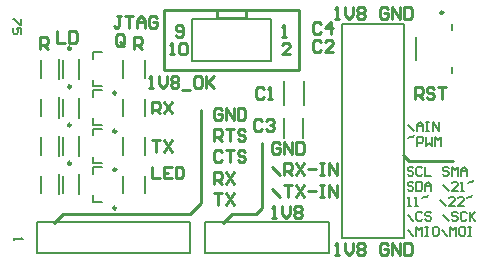
<source format=gto>
G04*
G04 #@! TF.GenerationSoftware,Altium Limited,Altium Designer,22.11.1 (43)*
G04*
G04 Layer_Color=65535*
%FSLAX44Y44*%
%MOMM*%
G71*
G04*
G04 #@! TF.SameCoordinates,238175EB-3BB2-4886-BFDA-CBBE0BB03E55*
G04*
G04*
G04 #@! TF.FilePolarity,Positive*
G04*
G01*
G75*
%ADD10C,0.2500*%
%ADD11C,0.2540*%
%ADD12C,0.2000*%
%ADD13C,0.1540*%
%ADD14C,0.1500*%
D10*
X74000Y220250D02*
G03*
X74000Y220250I-1250J0D01*
G01*
X389250Y250500D02*
G03*
X389250Y250500I-1250J0D01*
G01*
X112250Y182500D02*
G03*
X112250Y182500I-1250J0D01*
G01*
Y85000D02*
G03*
X112250Y85000I-1250J0D01*
G01*
Y150000D02*
G03*
X112250Y150000I-1250J0D01*
G01*
Y117500D02*
G03*
X112250Y117500I-1250J0D01*
G01*
X74000Y155250D02*
G03*
X74000Y155250I-1250J0D01*
G01*
Y122750D02*
G03*
X74000Y122750I-1250J0D01*
G01*
Y187750D02*
G03*
X74000Y187750I-1250J0D01*
G01*
D11*
X198000Y246250D02*
X222000D01*
X198000Y252250D02*
X222000D01*
Y246250D02*
Y252250D01*
X198000Y246250D02*
Y252250D01*
X153000Y202000D02*
X267000D01*
X153000Y253000D02*
X267000D01*
Y202000D02*
Y253000D01*
X153000Y202000D02*
Y253000D01*
X230795Y80000D02*
X236000Y84805D01*
X210000Y80000D02*
X230795D01*
X355000Y130000D02*
X360000Y125000D01*
X397500D01*
X202500Y72500D02*
X210000Y80000D01*
X236000Y84805D02*
Y140000D01*
X60000Y72500D02*
X67500Y80000D01*
X175000D01*
X183847Y88847D01*
Y167961D01*
X201705Y168239D02*
X200038Y169905D01*
X196706D01*
X195040Y168239D01*
Y161575D01*
X196706Y159909D01*
X200038D01*
X201705Y161575D01*
Y164907D01*
X198372D01*
X205037Y159909D02*
Y169905D01*
X211701Y159909D01*
Y169905D01*
X215034D02*
Y159909D01*
X220032D01*
X221698Y161575D01*
Y168239D01*
X220032Y169905D01*
X215034D01*
X195040Y141816D02*
Y151813D01*
X200038D01*
X201705Y150147D01*
Y146815D01*
X200038Y145149D01*
X195040D01*
X198372D02*
X201705Y141816D01*
X205037Y151813D02*
X211701D01*
X208369D01*
Y141816D01*
X221698Y150147D02*
X220032Y151813D01*
X216700D01*
X215034Y150147D01*
Y148481D01*
X216700Y146815D01*
X220032D01*
X221698Y145149D01*
Y143483D01*
X220032Y141816D01*
X216700D01*
X215034Y143483D01*
X201705Y132055D02*
X200038Y133721D01*
X196706D01*
X195040Y132055D01*
Y125390D01*
X196706Y123724D01*
X200038D01*
X201705Y125390D01*
X205037Y133721D02*
X211701D01*
X208369D01*
Y123724D01*
X221698Y132055D02*
X220032Y133721D01*
X216700D01*
X215034Y132055D01*
Y130389D01*
X216700Y128723D01*
X220032D01*
X221698Y127057D01*
Y125390D01*
X220032Y123724D01*
X216700D01*
X215034Y125390D01*
X195040Y105632D02*
Y115629D01*
X200038D01*
X201705Y113963D01*
Y110631D01*
X200038Y108964D01*
X195040D01*
X198372D02*
X201705Y105632D01*
X205037Y115629D02*
X211701Y105632D01*
Y115629D02*
X205037Y105632D01*
X195040Y97537D02*
X201705D01*
X198372D01*
Y87540D01*
X205037Y97537D02*
X211701Y87540D01*
Y97537D02*
X205037Y87540D01*
X251204Y139147D02*
X249538Y140813D01*
X246206D01*
X244540Y139147D01*
Y132483D01*
X246206Y130816D01*
X249538D01*
X251204Y132483D01*
Y135815D01*
X247872D01*
X254537Y130816D02*
Y140813D01*
X261201Y130816D01*
Y140813D01*
X264534D02*
Y130816D01*
X269532D01*
X271198Y132483D01*
Y139147D01*
X269532Y140813D01*
X264534D01*
X251204Y112724D02*
X244540Y119389D01*
X254537Y112724D02*
Y122721D01*
X259535D01*
X261201Y121055D01*
Y117723D01*
X259535Y116056D01*
X254537D01*
X257869D02*
X261201Y112724D01*
X264534Y122721D02*
X271198Y112724D01*
Y122721D02*
X264534Y112724D01*
X274530Y117723D02*
X281195D01*
X284527Y122721D02*
X287859D01*
X286193D01*
Y112724D01*
X284527D01*
X287859D01*
X292858D02*
Y122721D01*
X299522Y112724D01*
Y122721D01*
X251204Y94632D02*
X244540Y101297D01*
X254537Y104629D02*
X261201D01*
X257869D01*
Y94632D01*
X264534Y104629D02*
X271198Y94632D01*
Y104629D02*
X264534Y94632D01*
X274530Y99630D02*
X281195D01*
X284527Y104629D02*
X287859D01*
X286193D01*
Y94632D01*
X284527D01*
X287859D01*
X292858D02*
Y104629D01*
X299522Y94632D01*
Y104629D01*
X244540Y76540D02*
X247872D01*
X246206D01*
Y86537D01*
X244540Y84871D01*
X252871Y86537D02*
Y79872D01*
X256203Y76540D01*
X259535Y79872D01*
Y86537D01*
X262867Y84871D02*
X264534Y86537D01*
X267866D01*
X269532Y84871D01*
Y83204D01*
X267866Y81538D01*
X269532Y79872D01*
Y78206D01*
X267866Y76540D01*
X264534D01*
X262867Y78206D01*
Y79872D01*
X264534Y81538D01*
X262867Y83204D01*
Y84871D01*
X264534Y81538D02*
X267866D01*
X127540Y220040D02*
Y230037D01*
X132538D01*
X134205Y228371D01*
Y225038D01*
X132538Y223372D01*
X127540D01*
X130872D02*
X134205Y220040D01*
X62540Y235037D02*
Y225040D01*
X69205D01*
X72537Y235037D02*
Y225040D01*
X77535D01*
X79201Y226706D01*
Y233371D01*
X77535Y235037D01*
X72537D01*
X47540Y220040D02*
Y230037D01*
X52538D01*
X54205Y228371D01*
Y225038D01*
X52538Y223372D01*
X47540D01*
X50872D02*
X54205Y220040D01*
X259165Y215000D02*
X252500D01*
X259165Y221665D01*
Y223331D01*
X257498Y224997D01*
X254166D01*
X252500Y223331D01*
Y230000D02*
X255832D01*
X254166D01*
Y239997D01*
X252500Y238331D01*
X157500Y215000D02*
X160832D01*
X159166D01*
Y224997D01*
X157500Y223331D01*
X165831D02*
X167497Y224997D01*
X170829D01*
X172495Y223331D01*
Y216666D01*
X170829Y215000D01*
X167497D01*
X165831Y216666D01*
Y223331D01*
X162500Y231666D02*
X164166Y230000D01*
X167498D01*
X169165Y231666D01*
Y238331D01*
X167498Y239997D01*
X164166D01*
X162500Y238331D01*
Y236665D01*
X164166Y234998D01*
X169165D01*
X297540Y45040D02*
X300872D01*
X299206D01*
Y55037D01*
X297540Y53371D01*
X305871Y55037D02*
Y48372D01*
X309203Y45040D01*
X312535Y48372D01*
Y55037D01*
X315867Y53371D02*
X317534Y55037D01*
X320866D01*
X322532Y53371D01*
Y51705D01*
X320866Y50038D01*
X322532Y48372D01*
Y46706D01*
X320866Y45040D01*
X317534D01*
X315867Y46706D01*
Y48372D01*
X317534Y50038D01*
X315867Y51705D01*
Y53371D01*
X317534Y50038D02*
X320866D01*
X342525Y53371D02*
X340859Y55037D01*
X337527D01*
X335861Y53371D01*
Y46706D01*
X337527Y45040D01*
X340859D01*
X342525Y46706D01*
Y50038D01*
X339193D01*
X345858Y45040D02*
Y55037D01*
X352522Y45040D01*
Y55037D01*
X355854D02*
Y45040D01*
X360853D01*
X362519Y46706D01*
Y53371D01*
X360853Y55037D01*
X355854D01*
X297540Y245040D02*
X300872D01*
X299206D01*
Y255037D01*
X297540Y253371D01*
X305871Y255037D02*
Y248372D01*
X309203Y245040D01*
X312535Y248372D01*
Y255037D01*
X315867Y253371D02*
X317534Y255037D01*
X320866D01*
X322532Y253371D01*
Y251705D01*
X320866Y250038D01*
X322532Y248372D01*
Y246706D01*
X320866Y245040D01*
X317534D01*
X315867Y246706D01*
Y248372D01*
X317534Y250038D01*
X315867Y251705D01*
Y253371D01*
X317534Y250038D02*
X320866D01*
X342525Y253371D02*
X340859Y255037D01*
X337527D01*
X335861Y253371D01*
Y246706D01*
X337527Y245040D01*
X340859D01*
X342525Y246706D01*
Y250038D01*
X339193D01*
X345858Y245040D02*
Y255037D01*
X352522Y245040D01*
Y255037D01*
X355854D02*
Y245040D01*
X360853D01*
X362519Y246706D01*
Y253371D01*
X360853Y255037D01*
X355854D01*
X365040Y177540D02*
Y187537D01*
X370038D01*
X371704Y185871D01*
Y182538D01*
X370038Y180872D01*
X365040D01*
X368372D02*
X371704Y177540D01*
X381701Y185871D02*
X380035Y187537D01*
X376703D01*
X375037Y185871D01*
Y184205D01*
X376703Y182538D01*
X380035D01*
X381701Y180872D01*
Y179206D01*
X380035Y177540D01*
X376703D01*
X375037Y179206D01*
X385034Y187537D02*
X391698D01*
X388366D01*
Y177540D01*
X116705Y247537D02*
X113372D01*
X115038D01*
Y239206D01*
X113372Y237540D01*
X111706D01*
X110040Y239206D01*
X120037Y247537D02*
X126701D01*
X123369D01*
Y237540D01*
X130034D02*
Y244205D01*
X133366Y247537D01*
X136698Y244205D01*
Y237540D01*
Y242538D01*
X130034D01*
X146695Y245871D02*
X145029Y247537D01*
X141697D01*
X140030Y245871D01*
Y239206D01*
X141697Y237540D01*
X145029D01*
X146695Y239206D01*
Y242538D01*
X143363D01*
X142540Y120037D02*
Y110040D01*
X149205D01*
X159201Y120037D02*
X152537D01*
Y110040D01*
X159201D01*
X152537Y115038D02*
X155869D01*
X162534Y120037D02*
Y110040D01*
X167532D01*
X169198Y111706D01*
Y118371D01*
X167532Y120037D01*
X162534D01*
X142540Y142537D02*
X149205D01*
X145872D01*
Y132540D01*
X152537Y142537D02*
X159201Y132540D01*
Y142537D02*
X152537Y132540D01*
X142540Y165040D02*
Y175037D01*
X147538D01*
X149205Y173371D01*
Y170038D01*
X147538Y168372D01*
X142540D01*
X145872D02*
X149205Y165040D01*
X152537Y175037D02*
X159201Y165040D01*
Y175037D02*
X152537Y165040D01*
X140040Y186706D02*
X143372D01*
X141706D01*
Y196703D01*
X140040Y195037D01*
X148371Y196703D02*
Y190038D01*
X151703Y186706D01*
X155035Y190038D01*
Y196703D01*
X158367Y195037D02*
X160034Y196703D01*
X163366D01*
X165032Y195037D01*
Y193371D01*
X163366Y191705D01*
X165032Y190038D01*
Y188372D01*
X163366Y186706D01*
X160034D01*
X158367Y188372D01*
Y190038D01*
X160034Y191705D01*
X158367Y193371D01*
Y195037D01*
X160034Y191705D02*
X163366D01*
X168364Y185040D02*
X175029D01*
X183359Y196703D02*
X180027D01*
X178361Y195037D01*
Y188372D01*
X180027Y186706D01*
X183359D01*
X185026Y188372D01*
Y195037D01*
X183359Y196703D01*
X188358D02*
Y186706D01*
Y190038D01*
X195022Y196703D01*
X190024Y191705D01*
X195022Y186706D01*
X119205Y224206D02*
Y230871D01*
X117538Y232537D01*
X114206D01*
X112540Y230871D01*
Y224206D01*
X114206Y222540D01*
X117538D01*
X115872Y225872D02*
X119205Y222540D01*
X117538D02*
X119205Y224206D01*
X285834Y240832D02*
X284168Y242498D01*
X280835D01*
X279169Y240832D01*
Y234168D01*
X280835Y232502D01*
X284168D01*
X285834Y234168D01*
X294165Y232502D02*
Y242498D01*
X289166Y237500D01*
X295831D01*
X235834Y158332D02*
X234168Y159998D01*
X230835D01*
X229169Y158332D01*
Y151668D01*
X230835Y150002D01*
X234168D01*
X235834Y151668D01*
X239166Y158332D02*
X240832Y159998D01*
X244165D01*
X245831Y158332D01*
Y156666D01*
X244165Y155000D01*
X242498D01*
X244165D01*
X245831Y153334D01*
Y151668D01*
X244165Y150002D01*
X240832D01*
X239166Y151668D01*
X285834Y225832D02*
X284168Y227498D01*
X280835D01*
X279169Y225832D01*
Y219168D01*
X280835Y217502D01*
X284168D01*
X285834Y219168D01*
X295831Y217502D02*
X289166D01*
X295831Y224166D01*
Y225832D01*
X294165Y227498D01*
X290832D01*
X289166Y225832D01*
X237500Y185832D02*
X235834Y187498D01*
X232502D01*
X230835Y185832D01*
Y179168D01*
X232502Y177502D01*
X235834D01*
X237500Y179168D01*
X240832Y177502D02*
X244165D01*
X242498D01*
Y187498D01*
X240832Y185832D01*
D12*
X176750Y245250D02*
X243250D01*
X176750Y209750D02*
X243250D01*
Y245250D01*
X176750Y209750D02*
Y245250D01*
X80750Y194000D02*
Y211000D01*
X64200Y194100D02*
Y211100D01*
X187700Y73450D02*
X292300D01*
Y46550D02*
Y73450D01*
X187700Y46550D02*
X292300D01*
X187700D02*
Y73450D01*
X366000Y210000D02*
Y230000D01*
X396750Y236000D02*
Y241000D01*
Y199000D02*
Y204000D01*
X303850Y240400D02*
X356150D01*
X303850Y59600D02*
Y240400D01*
X356150Y59600D02*
Y240400D01*
X303850Y59600D02*
X356150D01*
X93000Y211500D02*
Y217100D01*
X100060D01*
X93000Y187900D02*
X100060D01*
X93000D02*
Y193500D01*
X254500Y144000D02*
Y161000D01*
X270500Y144000D02*
Y161000D01*
X136500Y195000D02*
Y210000D01*
X118000Y195000D02*
Y210000D01*
X45000Y46550D02*
Y73450D01*
Y46550D02*
X175000D01*
Y73450D01*
X45000D02*
X175000D01*
X48500Y97500D02*
Y112500D01*
X67000Y97500D02*
Y112500D01*
X271000Y172439D02*
Y192561D01*
X254000Y172439D02*
Y192561D01*
X118000Y97500D02*
Y112500D01*
X136500Y97500D02*
Y112500D01*
X93000Y90400D02*
Y96000D01*
Y90400D02*
X100060D01*
X93000Y119600D02*
X100060D01*
X93000Y114000D02*
Y119600D01*
Y155400D02*
Y161000D01*
Y155400D02*
X100060D01*
X93000Y184600D02*
X100060D01*
X93000Y179000D02*
Y184600D01*
X118000Y162500D02*
Y177500D01*
X136500Y162500D02*
Y177500D01*
X118000Y130000D02*
Y145000D01*
X136500Y130000D02*
Y145000D01*
X67000Y195000D02*
Y210000D01*
X48500Y195000D02*
Y210000D01*
X67000Y162500D02*
Y177500D01*
X48500Y162500D02*
Y177500D01*
X67000Y130000D02*
Y145000D01*
X48500Y130000D02*
Y145000D01*
X93000Y122900D02*
Y128500D01*
Y122900D02*
X100060D01*
X93000Y152100D02*
X100060D01*
X93000Y146500D02*
Y152100D01*
X64200Y129100D02*
Y146100D01*
X80750Y129000D02*
Y146000D01*
X64200Y96600D02*
Y113600D01*
X80750Y96500D02*
Y113500D01*
X64200Y161600D02*
Y178600D01*
X80750Y161500D02*
Y178500D01*
D13*
X363968Y118560D02*
X362719Y119810D01*
X360220D01*
X358970Y118560D01*
Y117311D01*
X360220Y116061D01*
X362719D01*
X363968Y114812D01*
Y113562D01*
X362719Y112312D01*
X360220D01*
X358970Y113562D01*
X371466Y118560D02*
X370216Y119810D01*
X367717D01*
X366468Y118560D01*
Y113562D01*
X367717Y112312D01*
X370216D01*
X371466Y113562D01*
X373965Y119810D02*
Y112312D01*
X378964D01*
X393959Y118560D02*
X392709Y119810D01*
X390210D01*
X388960Y118560D01*
Y117311D01*
X390210Y116061D01*
X392709D01*
X393959Y114812D01*
Y113562D01*
X392709Y112312D01*
X390210D01*
X388960Y113562D01*
X396458Y112312D02*
Y119810D01*
X398957Y117311D01*
X401456Y119810D01*
Y112312D01*
X403956D02*
Y117311D01*
X406455Y119810D01*
X408954Y117311D01*
Y112312D01*
Y116061D01*
X403956D01*
X363968Y105867D02*
X362719Y107117D01*
X360220D01*
X358970Y105867D01*
Y104618D01*
X360220Y103368D01*
X362719D01*
X363968Y102119D01*
Y100869D01*
X362719Y99619D01*
X360220D01*
X358970Y100869D01*
X366468Y107117D02*
Y99619D01*
X370216D01*
X371466Y100869D01*
Y105867D01*
X370216Y107117D01*
X366468D01*
X373965Y99619D02*
Y104618D01*
X376464Y107117D01*
X378964Y104618D01*
Y99619D01*
Y103368D01*
X373965D01*
X393959Y99619D02*
X388960Y104618D01*
X401456Y99619D02*
X396458D01*
X401456Y104618D01*
Y105867D01*
X400207Y107117D01*
X397708D01*
X396458Y105867D01*
X403956Y99619D02*
X406455D01*
X405205D01*
Y107117D01*
X403956Y105867D01*
X410204D02*
X411453Y107117D01*
X413952D01*
X415202Y108366D01*
X358970Y86926D02*
X361469D01*
X360220D01*
Y94424D01*
X358970Y93174D01*
X365218Y86926D02*
X367717D01*
X366468D01*
Y94424D01*
X365218Y93174D01*
X371466D02*
X372716Y94424D01*
X375215D01*
X376464Y95673D01*
X391460Y86926D02*
X386461Y91925D01*
X398957Y86926D02*
X393959D01*
X398957Y91925D01*
Y93174D01*
X397708Y94424D01*
X395208D01*
X393959Y93174D01*
X406455Y86926D02*
X401456D01*
X406455Y91925D01*
Y93174D01*
X405205Y94424D01*
X402706D01*
X401456Y93174D01*
X408954D02*
X410204Y94424D01*
X412703D01*
X413952Y95673D01*
X363968Y74233D02*
X358970Y79232D01*
X371466Y80481D02*
X370216Y81731D01*
X367717D01*
X366468Y80481D01*
Y75483D01*
X367717Y74233D01*
X370216D01*
X371466Y75483D01*
X378964Y80481D02*
X377714Y81731D01*
X375215D01*
X373965Y80481D01*
Y79232D01*
X375215Y77982D01*
X377714D01*
X378964Y76732D01*
Y75483D01*
X377714Y74233D01*
X375215D01*
X373965Y75483D01*
X393959Y74233D02*
X388960Y79232D01*
X401456Y80481D02*
X400207Y81731D01*
X397708D01*
X396458Y80481D01*
Y79232D01*
X397708Y77982D01*
X400207D01*
X401456Y76732D01*
Y75483D01*
X400207Y74233D01*
X397708D01*
X396458Y75483D01*
X408954Y80481D02*
X407704Y81731D01*
X405205D01*
X403956Y80481D01*
Y75483D01*
X405205Y74233D01*
X407704D01*
X408954Y75483D01*
X411453Y81731D02*
Y74233D01*
Y76732D01*
X416452Y81731D01*
X412703Y77982D01*
X416452Y74233D01*
X363968Y61540D02*
X358970Y66538D01*
X366468Y61540D02*
Y69038D01*
X368967Y66538D01*
X371466Y69038D01*
Y61540D01*
X373965Y69038D02*
X376464D01*
X375215D01*
Y61540D01*
X373965D01*
X376464D01*
X383962Y69038D02*
X381463D01*
X380213Y67788D01*
Y62790D01*
X381463Y61540D01*
X383962D01*
X385212Y62790D01*
Y67788D01*
X383962Y69038D01*
X392709Y61540D02*
X387711Y66538D01*
X395208Y61540D02*
Y69038D01*
X397708Y66538D01*
X400207Y69038D01*
Y61540D01*
X406455Y69038D02*
X403956D01*
X402706Y67788D01*
Y62790D01*
X403956Y61540D01*
X406455D01*
X407704Y62790D01*
Y67788D01*
X406455Y69038D01*
X410204D02*
X412703D01*
X411453D01*
Y61540D01*
X410204D01*
X412703D01*
X364538Y150483D02*
X359540Y155481D01*
X367038Y150483D02*
Y155481D01*
X369537Y157980D01*
X372036Y155481D01*
Y150483D01*
Y154232D01*
X367038D01*
X374535Y157980D02*
X377034D01*
X375785D01*
Y150483D01*
X374535D01*
X377034D01*
X380783D02*
Y157980D01*
X385782Y150483D01*
Y157980D01*
X359540Y144038D02*
X360790Y145287D01*
X363289D01*
X364538Y146537D01*
X367038Y137790D02*
Y145287D01*
X370786D01*
X372036Y144038D01*
Y141538D01*
X370786Y140289D01*
X367038D01*
X374535Y145287D02*
Y137790D01*
X377034Y140289D01*
X379534Y137790D01*
Y145287D01*
X382033Y137790D02*
Y145287D01*
X384532Y142788D01*
X387031Y145287D01*
Y137790D01*
D14*
X31998Y245000D02*
Y240002D01*
X30748D01*
X25750Y245000D01*
X24500D01*
X31998Y232504D02*
Y237502D01*
X28249D01*
X29498Y235003D01*
Y233754D01*
X28249Y232504D01*
X25750D01*
X24500Y233754D01*
Y236253D01*
X25750Y237502D01*
X25500Y60000D02*
Y57501D01*
Y58750D01*
X32998D01*
X31748Y60000D01*
M02*

</source>
